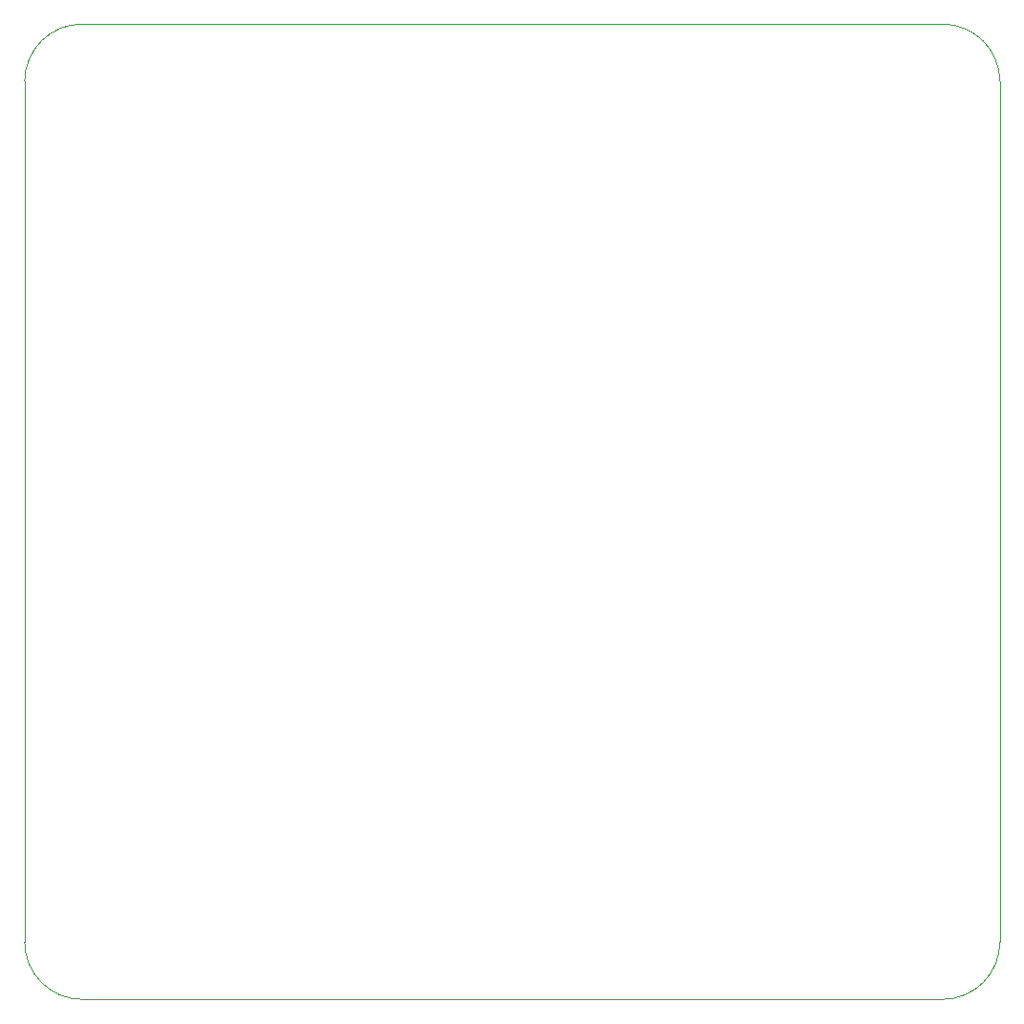
<source format=gbr>
G04 #@! TF.GenerationSoftware,KiCad,Pcbnew,(5.1.5)-3*
G04 #@! TF.CreationDate,2022-03-29T23:14:45-05:00*
G04 #@! TF.ProjectId,ThrottleReverseBrake,5468726f-7474-46c6-9552-657665727365,rev?*
G04 #@! TF.SameCoordinates,Original*
G04 #@! TF.FileFunction,Profile,NP*
%FSLAX46Y46*%
G04 Gerber Fmt 4.6, Leading zero omitted, Abs format (unit mm)*
G04 Created by KiCad (PCBNEW (5.1.5)-3) date 2022-03-29 23:14:45*
%MOMM*%
%LPD*%
G04 APERTURE LIST*
%ADD10C,0.050000*%
G04 APERTURE END LIST*
D10*
X177800000Y-127000000D02*
G75*
G02X172720000Y-132080000I-5080000J0D01*
G01*
X96520000Y-132080000D02*
G75*
G02X91440000Y-127000000I0J5080000D01*
G01*
X91440000Y-50800000D02*
G75*
G02X96520000Y-45720000I5080000J0D01*
G01*
X172720000Y-45720000D02*
G75*
G02X177800000Y-50800000I0J-5080000D01*
G01*
X172720000Y-45720000D02*
X96520000Y-45720000D01*
X177800000Y-127000000D02*
X177800000Y-50800000D01*
X96520000Y-132080000D02*
X172720000Y-132080000D01*
X91440000Y-50800000D02*
X91440000Y-127000000D01*
M02*

</source>
